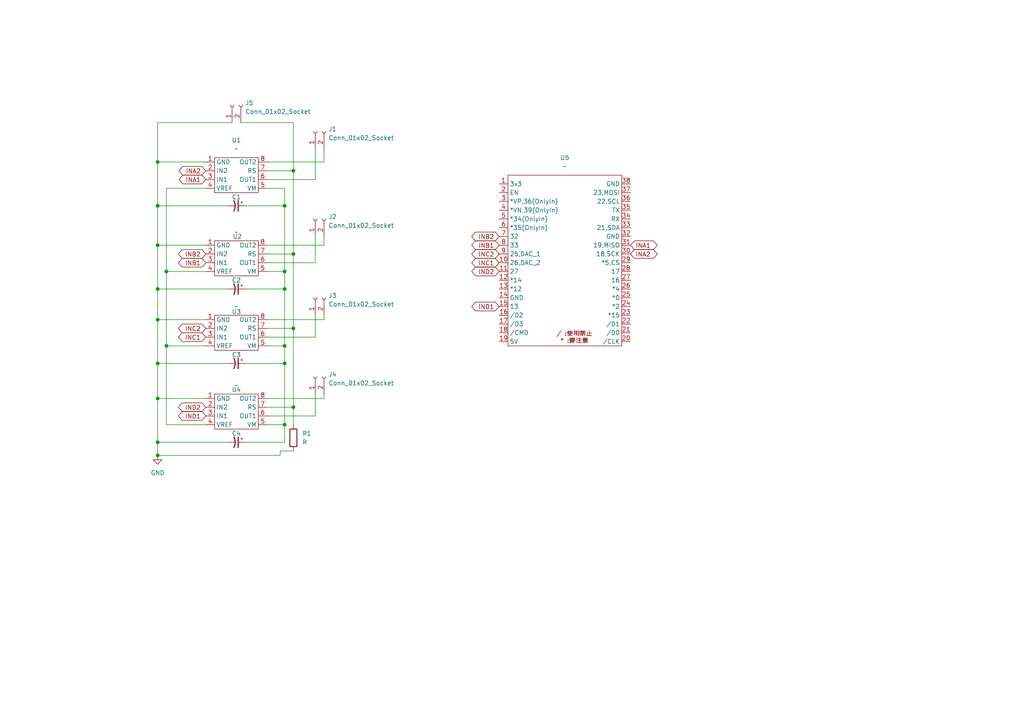
<source format=kicad_sch>
(kicad_sch (version 20250114) (generator "eeschema") (generator_version "9.0")
  (paper "A4")
  (lib_symbols
    (symbol "Connector:Conn_01x02_Socket" (pin_names (offset 1.016) (hide yes))
      (property "Reference" "J" (at 0 2.54 0))
      (property "Value" "Conn_01x02_Socket" (at 0 -5.08 0))
      (symbol "Conn_01x02_Socket_1_1"
        (polyline (pts (xy -1.27 0) (xy -0.508 0)) (stroke (width 0.1524)))
        (polyline (pts (xy -1.27 -2.54) (xy -0.508 -2.54)) (stroke (width 0.1524)))
        (arc (start 0 -0.508) (mid -0.5058 0) (end 0 0.508) (stroke (width 0.1524)))
        (arc (start 0 -3.048) (mid -0.5058 -2.54) (end 0 -2.032) (stroke (width 0.1524)))
        (pin passive line (at -5.08 0 0) (length 3.81) (name "Pin_1") (number "1"))
        (pin passive line (at -5.08 -2.54 0) (length 3.81) (name "Pin_2") (number "2"))
      )
    )
    (symbol "Device:C_Polarized_Small_US" (pin_numbers (hide yes)) (pin_names (offset 0.254) (hide yes))
      (property "Reference" "C" (at 0.254 1.778 0))
      (property "Value" "C_Polarized_Small_US" (at 0.254 -2.032 0))
      (symbol "C_Polarized_Small_US_0_1"
        (polyline (pts (xy -1.524 0.508) (xy 1.524 0.508)) (stroke (width 0.3048)))
        (polyline (pts (xy -1.27 1.524) (xy -0.762 1.524)))
        (polyline (pts (xy -1.016 1.27) (xy -1.016 1.778)))
        (arc (start -1.524 -0.762) (mid 0 -0.3734) (end 1.524 -0.762) (stroke (width 0.3048)))
      )
      (symbol "C_Polarized_Small_US_1_1"
        (pin passive line (at 0 2.54 270) (length 2.032) (name "~") (number "1"))
        (pin passive line (at 0 -2.54 90) (length 2.032) (name "~") (number "2"))
      )
    )
    (symbol "Device:R" (pin_numbers (hide yes)) (pin_names (offset 0))
      (property "Reference" "R" (at 2.032 0 90))
      (property "Value" "R" (at 0 0 90))
      (symbol "R_0_1"
        (rectangle (start -1.016 -2.54) (end 1.016 2.54) (stroke (width 0.254)))
      )
      (symbol "R_1_1"
        (pin passive line (at 0 3.81 270) (length 1.27) (name "~") (number "1"))
        (pin passive line (at 0 -3.81 90) (length 1.27) (name "~") (number "2"))
      )
    )
    (symbol "ESP32_devModule:ESP32"
      (property "Reference" "U" (at 0 30.988 0))
      (symbol "ESP32_0_1"
        (rectangle (start -16.51 25.4) (end 16.51 -24.13))
      )
      (symbol "ESP32_1_1"
        (text "/ :使用禁止\n* :要注意" (at 2.794 -21.59 0) (effects (font (size 1.27 1.27))))
        (pin bidirectional line (at -19.05 22.86 0) (length 2.54) (name "3v3") (number "1"))
        (pin bidirectional line (at -19.05 20.32 0) (length 2.54) (name "EN") (number "2"))
        (pin bidirectional line (at -19.05 17.78 0) (length 2.54) (name "*VP,36(OnlyIn)") (number "3"))
        (pin bidirectional line (at -19.05 15.24 0) (length 2.54) (name "*VN,39(OnlyIn)") (number "4"))
        (pin bidirectional line (at -19.05 12.7 0) (length 2.54) (name "*34(OnlyIn)") (number "5"))
        (pin bidirectional line (at -19.05 10.16 0) (length 2.54) (name "*35(OnlyIn)") (number "6"))
        (pin bidirectional line (at -19.05 7.62 0) (length 2.54) (name "32") (number "7"))
        (pin bidirectional line (at -19.05 5.08 0) (length 2.54) (name "33") (number "8"))
        (pin bidirectional line (at -19.05 2.54 0) (length 2.54) (name "25,DAC_1") (number "9"))
        (pin bidirectional line (at -19.05 0 0) (length 2.54) (name "26,DAC_2") (number "10"))
        (pin bidirectional line (at -19.05 -2.54 0) (length 2.54) (name "27") (number "11"))
        (pin bidirectional line (at -19.05 -5.08 0) (length 2.54) (name "*14") (number "12"))
        (pin bidirectional line (at -19.05 -7.62 0) (length 2.54) (name "*12") (number "13"))
        (pin bidirectional line (at -19.05 -10.16 0) (length 2.54) (name "GND") (number "14"))
        (pin bidirectional line (at -19.05 -12.7 0) (length 2.54) (name "13") (number "15"))
        (pin bidirectional line (at -19.05 -15.24 0) (length 2.54) (name "/D2") (number "16"))
        (pin bidirectional line (at -19.05 -17.78 0) (length 2.54) (name "/D3") (number "17"))
        (pin bidirectional line (at -19.05 -20.32 0) (length 2.54) (name "/CMD") (number "18"))
        (pin bidirectional line (at -19.05 -22.86 0) (length 2.54) (name "5V") (number "19"))
        (pin bidirectional line (at 19.05 22.86 180) (length 2.54) (name "GND") (number "38"))
        (pin bidirectional line (at 19.05 20.32 180) (length 2.54) (name "23,MOSI") (number "37"))
        (pin bidirectional line (at 19.05 17.78 180) (length 2.54) (name "22,SCL") (number "36"))
        (pin bidirectional line (at 19.05 15.24 180) (length 2.54) (name "TX") (number "35"))
        (pin bidirectional line (at 19.05 12.7 180) (length 2.54) (name "RX") (number "34"))
        (pin bidirectional line (at 19.05 10.16 180) (length 2.54) (name "21,SDA") (number "33"))
        (pin bidirectional line (at 19.05 7.62 180) (length 2.54) (name "GND") (number "32"))
        (pin bidirectional line (at 19.05 5.08 180) (length 2.54) (name "19,MISO") (number "31"))
        (pin bidirectional line (at 19.05 2.54 180) (length 2.54) (name "18,SCK") (number "30"))
        (pin bidirectional line (at 19.05 0 180) (length 2.54) (name "*5,CS") (number "29"))
        (pin bidirectional line (at 19.05 -2.54 180) (length 2.54) (name "17") (number "28"))
        (pin bidirectional line (at 19.05 -5.08 180) (length 2.54) (name "16") (number "27"))
        (pin bidirectional line (at 19.05 -7.62 180) (length 2.54) (name "*4") (number "26"))
        (pin bidirectional line (at 19.05 -10.16 180) (length 2.54) (name "*0") (number "25"))
        (pin bidirectional line (at 19.05 -12.7 180) (length 2.54) (name "*2") (number "24"))
        (pin bidirectional line (at 19.05 -15.24 180) (length 2.54) (name "*15") (number "23"))
        (pin bidirectional line (at 19.05 -17.78 180) (length 2.54) (name "/D1") (number "22"))
        (pin bidirectional line (at 19.05 -20.32 180) (length 2.54) (name "/D0") (number "21"))
        (pin bidirectional line (at 19.05 -22.86 180) (length 2.54) (name "/CLK") (number "20"))
      )
    )
    (symbol "TB67H450FNG:TB67H450FNG"
      (property "Reference" "U" (at 2.54 1.27 0))
      (symbol "TB67H450FNG_0_1"
        (rectangle (start -6.35 5.08) (end 6.35 -5.08))
      )
      (symbol "TB67H450FNG_1_1"
        (pin bidirectional line (at -8.89 3.81 0) (length 2.54) (name "GND") (number "1"))
        (pin bidirectional line (at -8.89 1.27 0) (length 2.54) (name "IN2") (number "2"))
        (pin bidirectional line (at -8.89 -1.27 0) (length 2.54) (name "IN1") (number "3"))
        (pin bidirectional line (at -8.89 -3.81 0) (length 2.54) (name "VREF") (number "4"))
        (pin bidirectional line (at 8.89 3.81 180) (length 2.54) (name "OUT2") (number "8"))
        (pin bidirectional line (at 8.89 1.27 180) (length 2.54) (name "RS") (number "7"))
        (pin bidirectional line (at 8.89 -1.27 180) (length 2.54) (name "OUT1") (number "6"))
        (pin bidirectional line (at 8.89 -3.81 180) (length 2.54) (name "VM") (number "5"))
      )
    )
    (symbol "power:GND" (power) (pin_numbers (hide yes)) (pin_names (offset 0) (hide yes))
      (property "Value" "GND" (at 0 -3.81 0))
      (symbol "GND_0_1"
        (polyline (pts (xy 0 0) (xy 0 -1.27) (xy 1.27 -1.27) (xy 0 -2.54) (xy -1.27 -1.27) (xy 0 -1.27)))
      )
      (symbol "GND_1_1"
        (pin power_in line (at 0 0 270) (length 0) (name "~") (number "1"))
      )
    )
  )
  (junction (at 85.09 49.53))
  (junction (at 82.55 105.41))
  (junction (at 45.72 132.08))
  (junction (at 82.55 59.69))
  (junction (at 82.55 100.33))
  (junction (at 45.72 46.99))
  (junction (at 48.26 100.33))
  (junction (at 45.72 71.12))
  (junction (at 85.09 118.11))
  (junction (at 45.72 115.57))
  (junction (at 45.72 105.41))
  (junction (at 45.72 128.27))
  (junction (at 48.26 78.74))
  (junction (at 45.72 92.71))
  (junction (at 85.09 95.25))
  (junction (at 82.55 123.19))
  (junction (at 45.72 83.82))
  (junction (at 45.72 59.69))
  (junction (at 85.09 73.66))
  (junction (at 82.55 83.82))
  (junction (at 82.55 78.74))
  (wire (pts (xy 71.12 59.69) (xy 82.55 59.69)))
  (wire (pts (xy 45.72 83.82) (xy 66.04 83.82)))
  (wire (pts (xy 45.72 71.12) (xy 45.72 83.82)))
  (wire (pts (xy 45.72 46.99) (xy 45.72 59.69)))
  (wire (pts (xy 45.72 46.99) (xy 59.69 46.99)))
  (wire (pts (xy 81.28 130.81) (xy 81.28 132.08)))
  (wire (pts (xy 45.72 132.08) (xy 45.72 128.27)))
  (wire (pts (xy 77.47 54.61) (xy 82.55 54.61)))
  (wire (pts (xy 91.44 76.2) (xy 77.47 76.2)))
  (wire (pts (xy 81.28 132.08) (xy 45.72 132.08)))
  (wire (pts (xy 48.26 78.74) (xy 48.26 100.33)))
  (wire (pts (xy 82.55 83.82) (xy 82.55 100.33)))
  (wire (pts (xy 91.44 97.79) (xy 77.47 97.79)))
  (wire (pts (xy 77.47 100.33) (xy 82.55 100.33)))
  (wire (pts (xy 85.09 118.11) (xy 85.09 123.19)))
  (wire (pts (xy 82.55 54.61) (xy 82.55 59.69)))
  (wire (pts (xy 45.72 105.41) (xy 66.04 105.41)))
  (wire (pts (xy 82.55 105.41) (xy 82.55 123.19)))
  (wire (pts (xy 45.72 35.56) (xy 45.72 46.99)))
  (wire (pts (xy 85.09 95.25) (xy 85.09 118.11)))
  (wire (pts (xy 82.55 78.74) (xy 82.55 83.82)))
  (wire (pts (xy 81.28 130.81) (xy 85.09 130.81)))
  (wire (pts (xy 93.98 92.71) (xy 93.98 91.44)))
  (wire (pts (xy 91.44 68.58) (xy 91.44 76.2)))
  (wire (pts (xy 48.26 54.61) (xy 59.69 54.61)))
  (wire (pts (xy 69.85 35.56) (xy 85.09 35.56)))
  (wire (pts (xy 77.47 73.66) (xy 85.09 73.66)))
  (wire (pts (xy 93.98 115.57) (xy 93.98 114.3)))
  (wire (pts (xy 45.72 115.57) (xy 59.69 115.57)))
  (wire (pts (xy 91.44 114.3) (xy 91.44 120.65)))
  (wire (pts (xy 77.47 78.74) (xy 82.55 78.74)))
  (wire (pts (xy 48.26 123.19) (xy 59.69 123.19)))
  (wire (pts (xy 91.44 52.07) (xy 77.47 52.07)))
  (wire (pts (xy 85.09 73.66) (xy 85.09 95.25)))
  (wire (pts (xy 48.26 100.33) (xy 59.69 100.33)))
  (wire (pts (xy 45.72 92.71) (xy 59.69 92.71)))
  (wire (pts (xy 85.09 118.11) (xy 77.47 118.11)))
  (wire (pts (xy 71.12 128.27) (xy 82.55 128.27)))
  (wire (pts (xy 93.98 46.99) (xy 93.98 43.18)))
  (wire (pts (xy 82.55 123.19) (xy 77.47 123.19)))
  (wire (pts (xy 77.47 115.57) (xy 93.98 115.57)))
  (wire (pts (xy 48.26 54.61) (xy 48.26 78.74)))
  (wire (pts (xy 93.98 71.12) (xy 77.47 71.12)))
  (wire (pts (xy 91.44 120.65) (xy 77.47 120.65)))
  (wire (pts (xy 45.72 71.12) (xy 59.69 71.12)))
  (wire (pts (xy 45.72 83.82) (xy 45.72 92.71)))
  (wire (pts (xy 77.47 49.53) (xy 85.09 49.53)))
  (wire (pts (xy 85.09 49.53) (xy 85.09 73.66)))
  (wire (pts (xy 82.55 100.33) (xy 82.55 105.41)))
  (wire (pts (xy 93.98 68.58) (xy 93.98 71.12)))
  (wire (pts (xy 71.12 105.41) (xy 82.55 105.41)))
  (wire (pts (xy 77.47 95.25) (xy 85.09 95.25)))
  (wire (pts (xy 45.72 59.69) (xy 45.72 71.12)))
  (wire (pts (xy 77.47 46.99) (xy 93.98 46.99)))
  (wire (pts (xy 45.72 35.56) (xy 67.31 35.56)))
  (wire (pts (xy 82.55 59.69) (xy 82.55 78.74)))
  (wire (pts (xy 91.44 91.44) (xy 91.44 97.79)))
  (wire (pts (xy 91.44 43.18) (xy 91.44 52.07)))
  (wire (pts (xy 45.72 128.27) (xy 45.72 115.57)))
  (wire (pts (xy 45.72 105.41) (xy 45.72 115.57)))
  (wire (pts (xy 45.72 92.71) (xy 45.72 105.41)))
  (wire (pts (xy 45.72 59.69) (xy 66.04 59.69)))
  (wire (pts (xy 77.47 92.71) (xy 93.98 92.71)))
  (wire (pts (xy 85.09 35.56) (xy 85.09 49.53)))
  (wire (pts (xy 82.55 128.27) (xy 82.55 123.19)))
  (wire (pts (xy 48.26 100.33) (xy 48.26 123.19)))
  (wire (pts (xy 48.26 78.74) (xy 59.69 78.74)))
  (wire (pts (xy 45.72 128.27) (xy 66.04 128.27)))
  (wire (pts (xy 71.12 83.82) (xy 82.55 83.82)))
  (global_label "IND2" (shape bidirectional) (at 144.78 78.74 180) (property "Intersheetrefs" "${INTERSHEET_REFS}" (effects (hide yes))))
  (global_label "INC2" (shape bidirectional) (at 144.78 73.66 180) (property "Intersheetrefs" "${INTERSHEET_REFS}" (effects (hide yes))))
  (global_label "INB2" (shape bidirectional) (at 144.78 68.58 180) (property "Intersheetrefs" "${INTERSHEET_REFS}" (effects (hide yes))))
  (global_label "INC2" (shape bidirectional) (at 59.69 95.25 180) (property "Intersheetrefs" "${INTERSHEET_REFS}" (effects (hide yes))))
  (global_label "INC1" (shape bidirectional) (at 59.69 97.79 180) (property "Intersheetrefs" "${INTERSHEET_REFS}" (effects (hide yes))))
  (global_label "INA2" (shape bidirectional) (at 59.69 49.53 180) (property "Intersheetrefs" "${INTERSHEET_REFS}" (effects (hide yes))))
  (global_label "INB2" (shape bidirectional) (at 59.69 73.66 180) (property "Intersheetrefs" "${INTERSHEET_REFS}" (effects (hide yes))))
  (global_label "INC1" (shape bidirectional) (at 144.78 76.2 180) (property "Intersheetrefs" "${INTERSHEET_REFS}" (effects (hide yes))))
  (global_label "IND1" (shape bidirectional) (at 59.69 120.65 180) (property "Intersheetrefs" "${INTERSHEET_REFS}" (effects (hide yes))))
  (global_label "IND2" (shape bidirectional) (at 59.69 118.11 180) (property "Intersheetrefs" "${INTERSHEET_REFS}" (effects (hide yes))))
  (global_label "INA2" (shape bidirectional) (at 182.88 73.66 0) (property "Intersheetrefs" "${INTERSHEET_REFS}" (effects (hide yes))))
  (global_label "INA1" (shape bidirectional) (at 182.88 71.12 0) (property "Intersheetrefs" "${INTERSHEET_REFS}" (effects (hide yes))))
  (global_label "INB1" (shape bidirectional) (at 59.69 76.2 180) (property "Intersheetrefs" "${INTERSHEET_REFS}" (effects (hide yes))))
  (global_label "INB1" (shape bidirectional) (at 144.78 71.12 180) (property "Intersheetrefs" "${INTERSHEET_REFS}" (effects (hide yes))))
  (global_label "IND1" (shape bidirectional) (at 144.78 88.9 180) (property "Intersheetrefs" "${INTERSHEET_REFS}" (effects (hide yes))))
  (global_label "INA1" (shape bidirectional) (at 59.69 52.07 180) (property "Intersheetrefs" "${INTERSHEET_REFS}" (effects (hide yes))))
  (symbol (lib_id "ESP32_devModule:ESP32") (at 163.83 76.2 0) (unit 1)
    (property "Reference" "U5" (at 163.83 45.72 0))
    (property "Value" "~" (at 163.83 48.26 0))
    (property "Footprint" "ESP32_devModule:ESP32_devModule" (effects (hide yes)))
  )
  (symbol (lib_id "TB67H450FNG:TB67H450FNG") (at 68.58 50.8 0) (unit 1)
    (property "Reference" "U1" (at 68.58 40.64 0))
    (property "Value" "~" (at 68.58 43.18 0))
    (property "Footprint" "Package_SO:HSOP-8-1EP_3.9x4.9mm_P1.27mm_EP2.3x2.3mm" (effects (hide yes)))
  )
  (symbol (lib_id "Connector:Conn_01x02_Socket") (at 67.31 30.48 90) (unit 1)
    (property "Reference" "J5" (at 71.12 29.8449 90) (effects (justify right)))
    (property "Value" "Conn_01x02_Socket" (at 71.12 32.3849 90) (effects (justify right)))
    (property "Description" "Generic connector, single row, 01x02, script generated" (effects (hide yes)))
  )
  (symbol (lib_id "power:GND") (at 45.72 132.08 0) (unit 1)
    (property "Reference" "#PWR01" (effects (hide yes)))
    (property "Value" "GND" (at 45.72 137.16 0))
    (property "Description" "Power symbol creates a global label with name \"GND\" , ground" (effects (hide yes)))
  )
  (symbol (lib_id "TB67H450FNG:TB67H450FNG") (at 68.58 96.52 0) (unit 1)
    (property "Reference" "U3" (at 68.58 90.424 0))
    (property "Value" "~" (at 68.58 88.9 0))
    (property "Footprint" "Package_SO:HSOP-8-1EP_3.9x4.9mm_P1.27mm_EP2.3x2.3mm" (effects (hide yes)))
  )
  (symbol (lib_id "Device:C_Polarized_Small_US") (at 68.58 128.27 270) (unit 1)
    (property "Reference" "C4" (at 68.58 125.73 90))
    (property "Value" "C_Polarized_Small_US" (effects (hide yes)))
    (property "Footprint" "Capacitor_THT:CP_Radial_D6.3mm_P2.50mm" (effects (hide yes)))
    (property "Description" "Polarized capacitor, small US symbol" (effects (hide yes)))
  )
  (symbol (lib_id "Connector:Conn_01x02_Socket") (at 91.44 63.5 90) (unit 1)
    (property "Reference" "J2" (at 95.25 62.8649 90) (effects (justify right)))
    (property "Value" "Conn_01x02_Socket" (at 95.25 65.4049 90) (effects (justify right)))
    (property "Description" "Generic connector, single row, 01x02, script generated" (effects (hide yes)))
  )
  (symbol (lib_id "Device:R") (at 85.09 127 0) (unit 1)
    (property "Reference" "R1" (at 87.63 125.7299 0) (effects (justify left)))
    (property "Value" "R" (at 87.63 128.2699 0) (effects (justify left)))
    (property "Description" "Resistor" (effects (hide yes)))
  )
  (symbol (lib_id "Device:C_Polarized_Small_US") (at 68.58 83.82 270) (unit 1)
    (property "Reference" "C2" (at 68.58 81.28 90))
    (property "Value" "C_Polarized_Small_US" (effects (hide yes)))
    (property "Footprint" "Capacitor_THT:CP_Radial_D6.3mm_P2.50mm" (effects (hide yes)))
    (property "Description" "Polarized capacitor, small US symbol" (effects (hide yes)))
  )
  (symbol (lib_id "TB67H450FNG:TB67H450FNG") (at 68.58 74.93 0) (unit 1)
    (property "Reference" "U2" (at 68.834 68.58 0))
    (property "Value" "~" (at 68.58 67.31 0))
    (property "Footprint" "Package_SO:HSOP-8-1EP_3.9x4.9mm_P1.27mm_EP2.3x2.3mm" (effects (hide yes)))
  )
  (symbol (lib_id "Connector:Conn_01x02_Socket") (at 91.44 86.36 90) (unit 1)
    (property "Reference" "J3" (at 95.25 85.7249 90) (effects (justify right)))
    (property "Value" "Conn_01x02_Socket" (at 95.25 88.2649 90) (effects (justify right)))
    (property "Description" "Generic connector, single row, 01x02, script generated" (effects (hide yes)))
  )
  (symbol (lib_id "TB67H450FNG:TB67H450FNG") (at 68.58 119.38 0) (unit 1)
    (property "Reference" "U4" (at 68.58 113.03 0))
    (property "Value" "~" (at 68.58 111.76 0))
    (property "Footprint" "Package_SO:HSOP-8-1EP_3.9x4.9mm_P1.27mm_EP2.3x2.3mm" (effects (hide yes)))
  )
  (symbol (lib_id "Device:C_Polarized_Small_US") (at 68.58 105.41 270) (unit 1)
    (property "Reference" "C3" (at 68.58 102.87 90))
    (property "Value" "C_Polarized_Small_US" (effects (hide yes)))
    (property "Footprint" "Capacitor_THT:CP_Radial_D6.3mm_P2.50mm" (effects (hide yes)))
    (property "Description" "Polarized capacitor, small US symbol" (effects (hide yes)))
  )
  (symbol (lib_id "Connector:Conn_01x02_Socket") (at 91.44 38.1 90) (unit 1)
    (property "Reference" "J1" (at 95.25 37.4649 90) (effects (justify right)))
    (property "Value" "Conn_01x02_Socket" (at 95.25 40.0049 90) (effects (justify right)))
    (property "Description" "Generic connector, single row, 01x02, script generated" (effects (hide yes)))
  )
  (symbol (lib_id "Device:C_Polarized_Small_US") (at 68.58 59.69 270) (unit 1)
    (property "Reference" "C1" (at 68.58 57.15 90))
    (property "Value" "C_Polarized_Small_US" (effects (hide yes)))
    (property "Footprint" "Capacitor_THT:CP_Radial_D6.3mm_P2.50mm" (effects (hide yes)))
    (property "Description" "Polarized capacitor, small US symbol" (effects (hide yes)))
  )
  (symbol (lib_id "Connector:Conn_01x02_Socket") (at 91.44 109.22 90) (unit 1)
    (property "Reference" "J4" (at 95.25 108.5849 90) (effects (justify right)))
    (property "Value" "Conn_01x02_Socket" (at 95.25 111.1249 90) (effects (justify right)))
    (property "Description" "Generic connector, single row, 01x02, script generated" (effects (hide yes)))
  )
)
</source>
